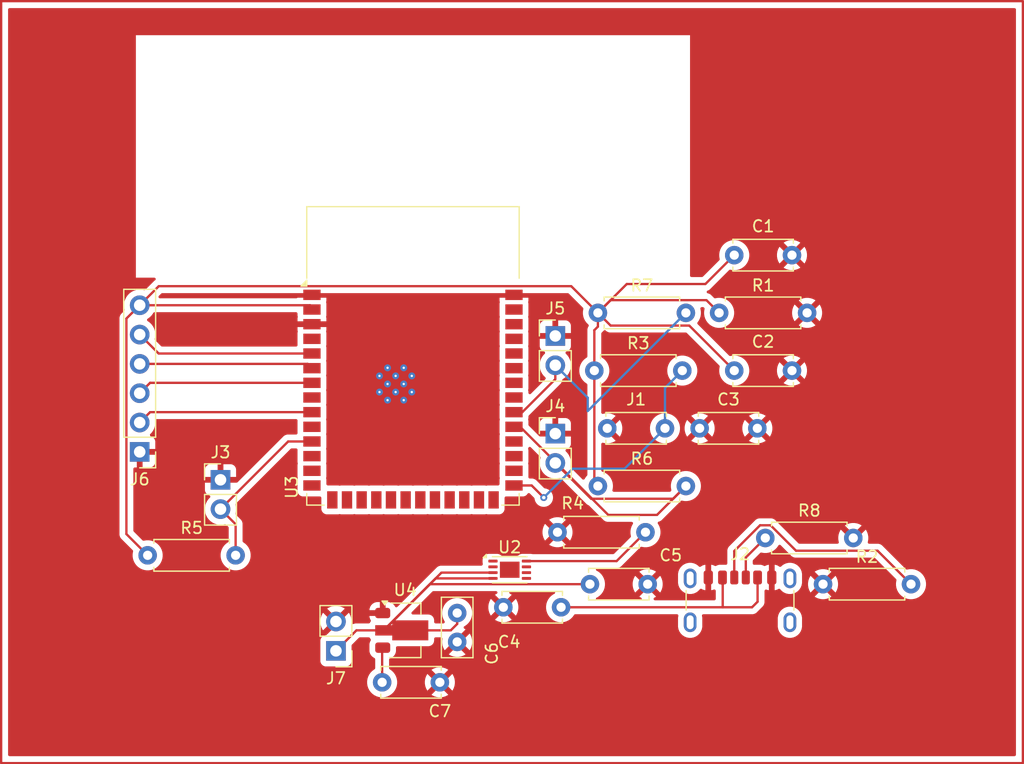
<source format=kicad_pcb>
(kicad_pcb (version 20241229) (generator "pcbnew") (generator_version "9.0")
  (layers (0 "F.Cu" signal) (2 "B.Cu" signal) (13 "F.Paste" user) (15 "B.Paste" user) (5 "F.SilkS" user "F.Silkscreen") (7 "B.SilkS" user "B.Silkscreen") (1 "F.Mask" user) (3 "B.Mask" user) (25 "Edge.Cuts" user))
  (net 0 "")
  (net 1 "GND")
  (net 2 "/3v3")
  (net 3 "/VDD")
  (net 4 "/BAT+")
  (net 5 "Net-(U4-VO)")
  (net 6 "/Bin")
  (net 8 "Net-(J2-CC1)")
  (net 9 "Net-(J2-CC2)")
  (net 10 "/Bin2")
  (net 11 "/Bin3")
  (net 12 "/Bin4")
  (net 13 "/Rx")
  (net 14 "/En")
  (net 15 "/GPIO1")
  (net 16 "/Tx")
  (net 17 "Net-(U2-PROG)")
  (footprint "Capacitor_THT:C_Disc_D5.0mm_W2.5mm_P5.00mm" (layer "F.Cu") (at 129 119.5)
    (property "Reference" "C7" (at 5 2.5 0) (layer "F.SilkS"))
    (property "Value" "1u")
    (fp_line (start -0.12 -1.37) (end 5.12 -1.37) (stroke (width 0.12)) (layer "F.SilkS"))
    (fp_line (start -0.12 -1.033) (end -0.12 -1.37) (stroke (width 0.12)) (layer "F.SilkS"))
    (fp_line (start -0.12 1.37) (end -0.12 1.033) (stroke (width 0.12)) (layer "F.SilkS"))
    (fp_line (start 5.12 -1.37) (end 5.12 -1.033) (stroke (width 0.12)) (layer "F.SilkS"))
    (fp_line (start 5.12 1.033) (end 5.12 1.37) (stroke (width 0.12)) (layer "F.SilkS"))
    (fp_line (start 5.12 1.37) (end -0.12 1.37) (stroke (width 0.12)) (layer "F.SilkS"))
    (pad "1" thru_hole circle (at 0 0) (size 1.6 1.6) (drill 0.8) (layers "*.Cu" "*.Mask") (net 5 "Net-(U4-VO)"))
    (pad "2" thru_hole circle (at 5 0) (size 1.6 1.6) (drill 0.8) (layers "*.Cu" "*.Mask") (net 1 "GND"))
  )
  (footprint "Capacitor_THT:C_Disc_D5.0mm_W2.5mm_P5.00mm" (layer "F.Cu") (at 159.5 92.5)
    (property "Reference" "C2" (at 2.5 -2.5 0) (layer "F.SilkS"))
    (property "Value" "10u")
    (fp_line (start -0.12 -1.37) (end 5.12 -1.37) (stroke (width 0.12)) (layer "F.SilkS"))
    (fp_line (start -0.12 -1.033) (end -0.12 -1.37) (stroke (width 0.12)) (layer "F.SilkS"))
    (fp_line (start -0.12 1.37) (end -0.12 1.033) (stroke (width 0.12)) (layer "F.SilkS"))
    (fp_line (start 5.12 -1.37) (end 5.12 -1.033) (stroke (width 0.12)) (layer "F.SilkS"))
    (fp_line (start 5.12 1.033) (end 5.12 1.37) (stroke (width 0.12)) (layer "F.SilkS"))
    (fp_line (start 5.12 1.37) (end -0.12 1.37) (stroke (width 0.12)) (layer "F.SilkS"))
    (pad "1" thru_hole circle (at 0 0) (size 1.6 1.6) (drill 0.8) (layers "*.Cu" "*.Mask") (net 2 "/3v3"))
    (pad "2" thru_hole circle (at 5 0) (size 1.6 1.6) (drill 0.8) (layers "*.Cu" "*.Mask") (net 1 "GND"))
  )
  (footprint "Capacitor_THT:C_Disc_D5.0mm_W2.5mm_P5.00mm" (layer "F.Cu") (at 147 111)
    (property "Reference" "C5" (at 7 -2.5 0) (layer "F.SilkS"))
    (property "Value" "1u")
    (fp_line (start -0.12 -1.37) (end 5.12 -1.37) (stroke (width 0.12)) (layer "F.SilkS"))
    (fp_line (start -0.12 -1.033) (end -0.12 -1.37) (stroke (width 0.12)) (layer "F.SilkS"))
    (fp_line (start -0.12 1.37) (end -0.12 1.033) (stroke (width 0.12)) (layer "F.SilkS"))
    (fp_line (start 5.12 -1.37) (end 5.12 -1.033) (stroke (width 0.12)) (layer "F.SilkS"))
    (fp_line (start 5.12 1.033) (end 5.12 1.37) (stroke (width 0.12)) (layer "F.SilkS"))
    (fp_line (start 5.12 1.37) (end -0.12 1.37) (stroke (width 0.12)) (layer "F.SilkS"))
    (pad "1" thru_hole circle (at 0 0) (size 1.6 1.6) (drill 0.8) (layers "*.Cu" "*.Mask") (net 4 "/BAT+"))
    (pad "2" thru_hole circle (at 5 0) (size 1.6 1.6) (drill 0.8) (layers "*.Cu" "*.Mask") (net 1 "GND"))
  )
  (footprint "Capacitor_THT:C_Disc_D5.0mm_W2.5mm_P5.00mm" (layer "F.Cu") (at 148.5 97.5)
    (property "Reference" "J1" (at 2.5 -2.5 0) (layer "F.SilkS"))
    (property "Value" "Conn_01x02_Pin")
    (fp_line (start -0.12 -1.37) (end 5.12 -1.37) (stroke (width 0.12)) (layer "F.SilkS"))
    (fp_line (start -0.12 -1.033) (end -0.12 -1.37) (stroke (width 0.12)) (layer "F.SilkS"))
    (fp_line (start -0.12 1.37) (end -0.12 1.033) (stroke (width 0.12)) (layer "F.SilkS"))
    (fp_line (start 5.12 -1.37) (end 5.12 -1.033) (stroke (width 0.12)) (layer "F.SilkS"))
    (fp_line (start 5.12 1.033) (end 5.12 1.37) (stroke (width 0.12)) (layer "F.SilkS"))
    (fp_line (start 5.12 1.37) (end -0.12 1.37) (stroke (width 0.12)) (layer "F.SilkS"))
    (pad "1" thru_hole circle (at 0 0) (size 1.6 1.6) (drill 0.8) (layers "*.Cu" "*.Mask") (net 1 "GND"))
    (pad "2" thru_hole circle (at 5 0) (size 1.6 1.6) (drill 0.8) (layers "*.Cu" "*.Mask") (net 6 "/Bin"))
  )
  (footprint "Resistor_THT:R_Axial_DIN0207_L6.3mm_D2.5mm_P7.62mm_Horizontal" (layer "F.Cu") (at 108.69 108.5)
    (property "Reference" "R5" (at 3.81 -2.37 0) (layer "F.SilkS"))
    (property "Value" "100k")
    (fp_line (start 0.54 -1.37) (end 7.08 -1.37) (stroke (width 0.12)) (layer "F.SilkS"))
    (fp_line (start 0.54 -1.04) (end 0.54 -1.37) (stroke (width 0.12)) (layer "F.SilkS"))
    (fp_line (start 0.54 1.04) (end 0.54 1.37) (stroke (width 0.12)) (layer "F.SilkS"))
    (fp_line (start 0.54 1.37) (end 7.08 1.37) (stroke (width 0.12)) (layer "F.SilkS"))
    (fp_line (start 7.08 -1.37) (end 7.08 -1.04) (stroke (width 0.12)) (layer "F.SilkS"))
    (fp_line (start 7.08 1.37) (end 7.08 1.04) (stroke (width 0.12)) (layer "F.SilkS"))
    (pad "1" thru_hole circle (at 0 0) (size 1.6 1.6) (drill 0.8) (layers "*.Cu" "*.Mask") (net 2 "/3v3"))
    (pad "2" thru_hole circle (at 7.62 0) (size 1.6 1.6) (drill 0.8) (layers "*.Cu" "*.Mask") (net 10 "/Bin2"))
  )
  (footprint "Connector_PinHeader_2.54mm:PinHeader_1x02_P2.54mm_Vertical" (layer "F.Cu") (at 144 97.96)
    (property "Reference" "J4" (at 0 -2.38 0) (layer "F.SilkS"))
    (property "Value" "Conn_01x02_Pin")
    (fp_line (start -1.38 -1.38) (end 0 -1.38) (stroke (width 0.12)) (layer "F.SilkS"))
    (fp_line (start -1.38 0) (end -1.38 -1.38) (stroke (width 0.12)) (layer "F.SilkS"))
    (fp_line (start -1.38 1.27) (end -1.38 3.92) (stroke (width 0.12)) (layer "F.SilkS"))
    (fp_line (start -1.38 1.27) (end 1.38 1.27) (stroke (width 0.12)) (layer "F.SilkS"))
    (fp_line (start -1.38 3.92) (end 1.38 3.92) (stroke (width 0.12)) (layer "F.SilkS"))
    (fp_line (start 1.38 1.27) (end 1.38 3.92) (stroke (width 0.12)) (layer "F.SilkS"))
    (pad "1" thru_hole rect (at 0 0) (size 1.7 1.7) (drill 1) (layers "*.Cu" "*.Mask") (net 1 "GND"))
    (pad "2" thru_hole circle (at 0 2.54) (size 1.7 1.7) (drill 1) (layers "*.Cu" "*.Mask") (net 11 "/Bin3"))
  )
  (footprint "Capacitor_THT:C_Disc_D5.0mm_W2.5mm_P5.00mm" (layer "F.Cu") (at 159.5 82.5)
    (property "Reference" "C1" (at 2.5 -2.5 0) (layer "F.SilkS"))
    (property "Value" ".1u")
    (fp_line (start -0.12 -1.37) (end 5.12 -1.37) (stroke (width 0.12)) (layer "F.SilkS"))
    (fp_line (start -0.12 -1.033) (end -0.12 -1.37) (stroke (width 0.12)) (layer "F.SilkS"))
    (fp_line (start -0.12 1.37) (end -0.12 1.033) (stroke (width 0.12)) (layer "F.SilkS"))
    (fp_line (start 5.12 -1.37) (end 5.12 -1.033) (stroke (width 0.12)) (layer "F.SilkS"))
    (fp_line (start 5.12 1.033) (end 5.12 1.37) (stroke (width 0.12)) (layer "F.SilkS"))
    (fp_line (start 5.12 1.37) (end -0.12 1.37) (stroke (width 0.12)) (layer "F.SilkS"))
    (pad "1" thru_hole circle (at 0 0) (size 1.6 1.6) (drill 0.8) (layers "*.Cu" "*.Mask") (net 2 "/3v3"))
    (pad "2" thru_hole circle (at 5 0) (size 1.6 1.6) (drill 0.8) (layers "*.Cu" "*.Mask") (net 1 "GND"))
  )
  (footprint "Package_TO_SOT_SMD:SOT-89-3" (layer "F.Cu") (at 131 115)
    (property "Reference" "U4" (at 0 -3.5 0) (layer "F.SilkS"))
    (property "Value" "MCP1700x-120xxMB")
    (fp_line (start -1.22 -2.36) (end 1.36 -2.36) (stroke (width 0.12)) (layer "F.SilkS"))
    (fp_line (start 1.36 -1.38) (end 1.36 -2.36) (stroke (width 0.12)) (layer "F.SilkS"))
    (fp_line (start 1.36 1.38) (end 1.36 2.36) (stroke (width 0.12)) (layer "F.SilkS"))
    (fp_line (start 1.36 2.36) (end -1.36 2.36) (stroke (width 0.12)) (layer "F.SilkS"))
    (fp_poly (pts (xy -1.77 -2.21) (xy -2.01 -2.54) (xy -1.53 -2.54) (xy -1.77 -2.21)) (stroke (width 0.12)) (fill yes) (layer "F.SilkS"))
    (pad "1" smd roundrect (at -1.95 -1.5) (size 1.3 0.9) (layers "F.Cu" "F.Mask" "F.Paste") (net 1 "GND"))
    (pad "2" smd custom (at -1.8625 0) (size 1.475 0.9) (layers "F.Cu" "F.Mask" "F.Paste") (net 4 "/BAT+") (options (clearance outline) (anchor rect)) (primitives (gr_poly (pts (xy 3.8625 0.8665) (xy 0.7375 0.8665) (xy 0.7375 -0.8665) (xy 3.8625 -0.8665)) (width 0) (fill yes))))
    (pad "3" smd roundrect (at -1.95 1.5) (size 1.3 0.9) (layers "F.Cu" "F.Mask" "F.Paste") (net 5 "Net-(U4-VO)"))
  )
  (footprint "Capacitor_THT:C_Disc_D5.0mm_W2.5mm_P5.00mm" (layer "F.Cu") (at 156.5 97.5)
    (property "Reference" "C3" (at 2.5 -2.5 0) (layer "F.SilkS"))
    (property "Value" ".1u")
    (fp_line (start -0.12 -1.37) (end 5.12 -1.37) (stroke (width 0.12)) (layer "F.SilkS"))
    (fp_line (start -0.12 -1.033) (end -0.12 -1.37) (stroke (width 0.12)) (layer "F.SilkS"))
    (fp_line (start -0.12 1.37) (end -0.12 1.033) (stroke (width 0.12)) (layer "F.SilkS"))
    (fp_line (start 5.12 -1.37) (end 5.12 -1.033) (stroke (width 0.12)) (layer "F.SilkS"))
    (fp_line (start 5.12 1.033) (end 5.12 1.37) (stroke (width 0.12)) (layer "F.SilkS"))
    (fp_line (start 5.12 1.37) (end -0.12 1.37) (stroke (width 0.12)) (layer "F.SilkS"))
    (pad "1" thru_hole circle (at 0 0) (size 1.6 1.6) (drill 0.8) (layers "*.Cu" "*.Mask") (net 1 "GND"))
    (pad "2" thru_hole circle (at 5 0) (size 1.6 1.6) (drill 0.8) (layers "*.Cu" "*.Mask") (net 1 "GND"))
  )
  (footprint "Connector_USB:USB_C_Receptacle_GCT_USB4125-xx-x-0190_6P_TopMnt_Horizontal" (layer "F.Cu") (at 160 113.5)
    (property "Reference" "J2" (at 0 -5.1 0) (layer "F.SilkS"))
    (property "Value" "USB_C_Receptacle_USB2.0_14P")
    (fp_line (start -4.67 -0.25) (end -4.67 -1.95) (stroke (width 0.12)) (layer "F.SilkS"))
    (fp_line (start 4.67 -0.25) (end 4.67 -1.95) (stroke (width 0.12)) (layer "F.SilkS"))
    (pad "A5" smd roundrect (at -0.5 -3.08) (size 0.7 1.2) (layers "F.Cu" "F.Mask" "F.Paste") (net 8 "Net-(J2-CC1)"))
    (pad "A9" smd roundrect (at 1.52 -3.08 180) (size 0.76 1.2) (layers "F.Cu" "F.Mask" "F.Paste") (net 3 "/VDD"))
    (pad "A12" smd roundrect (at 2.75 -3.08 180) (size 0.8 1.2) (layers "F.Cu" "F.Mask" "F.Paste") (net 1 "GND"))
    (pad "B5" smd roundrect (at 0.5 -3.08 180) (size 0.7 1.2) (layers "F.Cu" "F.Mask" "F.Paste") (net 9 "Net-(J2-CC2)"))
    (pad "B9" smd roundrect (at -1.52 -3.08) (size 0.76 1.2) (layers "F.Cu" "F.Mask" "F.Paste") (net 3 "/VDD"))
    (pad "B12" smd roundrect (at -2.75 -3.08) (size 0.8 1.2) (layers "F.Cu" "F.Mask" "F.Paste") (net 1 "GND"))
    (pad "S1" thru_hole oval (at -4.32 -3) (size 1.1 1.7) (drill oval 0.6 1.2) (property pad_prop_heatsink) (layers "*.Cu" "*.Mask" "F.Paste"))
    (pad "S1" thru_hole oval (at -4.32 0.8) (size 1.1 1.7) (drill oval 0.6 1.2) (property pad_prop_heatsink) (layers "*.Cu" "*.Mask" "F.Paste"))
    (pad "S1" thru_hole oval (at 4.32 -3) (size 1.1 1.7) (drill oval 0.6 1.2) (property pad_prop_heatsink) (layers "*.Cu" "*.Mask" "F.Paste"))
    (pad "S1" thru_hole oval (at 4.32 0.8) (size 1.1 1.7) (drill oval 0.6 1.2) (property pad_prop_heatsink) (layers "*.Cu" "*.Mask" "F.Paste"))
  )
  (footprint "Package_DFN_QFN:DFN-8-1EP_3x2mm_P0.5mm_EP1.7x1.4mm" (layer "F.Cu") (at 140.05 109.75)
    (property "Reference" "U2" (at 0 -1.95 0) (layer "F.SilkS"))
    (property "Value" "MCP73831-2-MC")
    (fp_line (start -1.5 -1.135) (end 1.5 -1.135) (stroke (width 0.12)) (layer "F.SilkS"))
    (fp_line (start -1.5 1.135) (end 1.5 1.135) (stroke (width 0.12)) (layer "F.SilkS"))
    (fp_poly (pts (xy -2.02 -1.05) (xy -2.3 -1.05) (xy -2.02 -1.33)) (stroke (width 0.12)) (fill yes) (layer "F.SilkS"))
    (pad "1" smd roundrect (at -1.45 -0.75) (size 0.8 0.25) (layers "F.Cu" "F.Mask" "F.Paste") (net 3 "/VDD"))
    (pad "2" smd roundrect (at -1.45 -0.25) (size 0.8 0.25) (layers "F.Cu" "F.Mask" "F.Paste") (net 3 "/VDD"))
    (pad "3" smd roundrect (at -1.45 0.25) (size 0.8 0.25) (layers "F.Cu" "F.Mask" "F.Paste") (net 4 "/BAT+"))
    (pad "4" smd roundrect (at -1.45 0.75) (size 0.8 0.25) (layers "F.Cu" "F.Mask" "F.Paste") (net 4 "/BAT+"))
    (pad "5" smd roundrect (at 1.45 0.75) (size 0.8 0.25) (layers "F.Cu" "F.Mask" "F.Paste"))
    (pad "6" smd roundrect (at 1.45 0.25) (size 0.8 0.25) (layers "F.Cu" "F.Mask" "F.Paste") (net 1 "GND"))
    (pad "7" smd roundrect (at 1.45 -0.25) (size 0.8 0.25) (layers "F.Cu" "F.Mask" "F.Paste"))
    (pad "8" smd roundrect (at 1.45 -0.75) (size 0.8 0.25) (layers "F.Cu" "F.Mask" "F.Paste") (net 17 "Net-(U2-PROG)"))
    (pad "9" smd rect (at 0 0) (size 1.7 1.4) (property pad_prop_heatsink) (layers "F.Cu" "F.Mask"))
  )
  (footprint "Connector_PinHeader_2.54mm:PinHeader_1x02_P2.54mm_Vertical" (layer "F.Cu") (at 125 116.775 180)
    (property "Reference" "J7" (at 0 -2.38 0) (layer "F.SilkS"))
    (property "Value" "Conn_01x02_Pin")
    (fp_line (start 1.38 1.27) (end 1.38 3.92) (stroke (width 0.12)) (layer "F.SilkS"))
    (fp_line (start -1.38 3.92) (end 1.38 3.92) (stroke (width 0.12)) (layer "F.SilkS"))
    (fp_line (start -1.38 1.27) (end 1.38 1.27) (stroke (width 0.12)) (layer "F.SilkS"))
    (fp_line (start -1.38 1.27) (end -1.38 3.92) (stroke (width 0.12)) (layer "F.SilkS"))
    (fp_line (start -1.38 0) (end -1.38 -1.38) (stroke (width 0.12)) (layer "F.SilkS"))
    (fp_line (start -1.38 -1.38) (end 0 -1.38) (stroke (width 0.12)) (layer "F.SilkS"))
    (pad "1" thru_hole rect (at 0 0 180) (size 1.7 1.7) (drill 1) (layers "*.Cu" "*.Mask") (net 4 "/BAT+"))
    (pad "2" thru_hole circle (at 0 2.54 180) (size 1.7 1.7) (drill 1) (layers "*.Cu" "*.Mask") (net 1 "GND"))
  )
  (footprint "Resistor_THT:R_Axial_DIN0207_L6.3mm_D2.5mm_P7.62mm_Horizontal" (layer "F.Cu") (at 158.19 87.5)
    (property "Reference" "R1" (at 3.81 -2.37 0) (layer "F.SilkS"))
    (property "Value" "1M")
    (fp_line (start 0.54 -1.37) (end 7.08 -1.37) (stroke (width 0.12)) (layer "F.SilkS"))
    (fp_line (start 0.54 -1.04) (end 0.54 -1.37) (stroke (width 0.12)) (layer "F.SilkS"))
    (fp_line (start 0.54 1.04) (end 0.54 1.37) (stroke (width 0.12)) (layer "F.SilkS"))
    (fp_line (start 0.54 1.37) (end 7.08 1.37) (stroke (width 0.12)) (layer "F.SilkS"))
    (fp_line (start 7.08 -1.37) (end 7.08 -1.04) (stroke (width 0.12)) (layer "F.SilkS"))
    (fp_line (start 7.08 1.37) (end 7.08 1.04) (stroke (width 0.12)) (layer "F.SilkS"))
    (pad "1" thru_hole circle (at 0 0) (size 1.6 1.6) (drill 0.8) (layers "*.Cu" "*.Mask") (net 2 "/3v3"))
    (pad "2" thru_hole circle (at 7.62 0) (size 1.6 1.6) (drill 0.8) (layers "*.Cu" "*.Mask") (net 1 "GND"))
  )
  (footprint "Resistor_THT:R_Axial_DIN0207_L6.3mm_D2.5mm_P7.62mm_Horizontal" (layer "F.Cu") (at 147.69 102.5)
    (property "Reference" "R6" (at 3.81 -2.37 0) (layer "F.SilkS"))
    (property "Value" "100k")
    (fp_line (start 0.54 -1.37) (end 7.08 -1.37) (stroke (width 0.12)) (layer "F.SilkS"))
    (fp_line (start 0.54 -1.04) (end 0.54 -1.37) (stroke (width 0.12)) (layer "F.SilkS"))
    (fp_line (start 0.54 1.04) (end 0.54 1.37) (stroke (width 0.12)) (layer "F.SilkS"))
    (fp_line (start 0.54 1.37) (end 7.08 1.37) (stroke (width 0.12)) (layer "F.SilkS"))
    (fp_line (start 7.08 -1.37) (end 7.08 -1.04) (stroke (width 0.12)) (layer "F.SilkS"))
    (fp_line (start 7.08 1.37) (end 7.08 1.04) (stroke (width 0.12)) (layer "F.SilkS"))
    (pad "1" thru_hole circle (at 0 0) (size 1.6 1.6) (drill 0.8) (layers "*.Cu" "*.Mask") (net 2 "/3v3"))
    (pad "2" thru_hole circle (at 7.62 0) (size 1.6 1.6) (drill 0.8) (layers "*.Cu" "*.Mask") (net 11 "/Bin3"))
  )
  (footprint "Resistor_THT:R_Axial_DIN0207_L6.3mm_D2.5mm_P7.62mm_Horizontal" (layer "F.Cu") (at 167.19 111)
    (property "Reference" "R2" (at 3.81 -2.37 0) (layer "F.SilkS"))
    (property "Value" "5.1k")
    (fp_line (start 0.54 -1.37) (end 7.08 -1.37) (stroke (width 0.12)) (layer "F.SilkS"))
    (fp_line (start 0.54 -1.04) (end 0.54 -1.37) (stroke (width 0.12)) (layer "F.SilkS"))
    (fp_line (start 0.54 1.04) (end 0.54 1.37) (stroke (width 0.12)) (layer "F.SilkS"))
    (fp_line (start 0.54 1.37) (end 7.08 1.37) (stroke (width 0.12)) (layer "F.SilkS"))
    (fp_line (start 7.08 -1.37) (end 7.08 -1.04) (stroke (width 0.12)) (layer "F.SilkS"))
    (fp_line (start 7.08 1.37) (end 7.08 1.04) (stroke (width 0.12)) (layer "F.SilkS"))
    (pad "1" thru_hole circle (at 0 0) (size 1.6 1.6) (drill 0.8) (layers "*.Cu" "*.Mask") (net 1 "GND"))
    (pad "2" thru_hole circle (at 7.62 0) (size 1.6 1.6) (drill 0.8) (layers "*.Cu" "*.Mask") (net 8 "Net-(J2-CC1)"))
  )
  (footprint "Resistor_THT:R_Axial_DIN0207_L6.3mm_D2.5mm_P7.62mm_Horizontal" (layer "F.Cu") (at 144.19 106.5)
    (property "Reference" "R4" (at 1.31 -2.5 0) (layer "F.SilkS"))
    (property "Value" "4.7k")
    (fp_line (start 0.54 -1.37) (end 7.08 -1.37) (stroke (width 0.12)) (layer "F.SilkS"))
    (fp_line (start 0.54 -1.04) (end 0.54 -1.37) (stroke (width 0.12)) (layer "F.SilkS"))
    (fp_line (start 0.54 1.04) (end 0.54 1.37) (stroke (width 0.12)) (layer "F.SilkS"))
    (fp_line (start 0.54 1.37) (end 7.08 1.37) (stroke (width 0.12)) (layer "F.SilkS"))
    (fp_line (start 7.08 -1.37) (end 7.08 -1.04) (stroke (width 0.12)) (layer "F.SilkS"))
    (fp_line (start 7.08 1.37) (end 7.08 1.04) (stroke (width 0.12)) (layer "F.SilkS"))
    (pad "1" thru_hole circle (at 0 0) (size 1.6 1.6) (drill 0.8) (layers "*.Cu" "*.Mask") (net 1 "GND"))
    (pad "2" thru_hole circle (at 7.62 0) (size 1.6 1.6) (drill 0.8) (layers "*.Cu" "*.Mask") (net 17 "Net-(U2-PROG)"))
  )
  (footprint "Resistor_THT:R_Axial_DIN0207_L6.3mm_D2.5mm_P7.62mm_Horizontal" (layer "F.Cu") (at 147.69 87.5)
    (property "Reference" "R7" (at 3.81 -2.37 0) (layer "F.SilkS"))
    (property "Value" "100k")
    (fp_line (start 0.54 -1.37) (end 7.08 -1.37) (stroke (width 0.12)) (layer "F.SilkS"))
    (fp_line (start 0.54 -1.04) (end 0.54 -1.37) (stroke (width 0.12)) (layer "F.SilkS"))
    (fp_line (start 0.54 1.04) (end 0.54 1.37) (stroke (width 0.12)) (layer "F.SilkS"))
    (fp_line (start 0.54 1.37) (end 7.08 1.37) (stroke (width 0.12)) (layer "F.SilkS"))
    (fp_line (start 7.08 -1.37) (end 7.08 -1.04) (stroke (width 0.12)) (layer "F.SilkS"))
    (fp_line (start 7.08 1.37) (end 7.08 1.04) (stroke (width 0.12)) (layer "F.SilkS"))
    (pad "1" thru_hole circle (at 0 0) (size 1.6 1.6) (drill 0.8) (layers "*.Cu" "*.Mask") (net 2 "/3v3"))
    (pad "2" thru_hole circle (at 7.62 0) (size 1.6 1.6) (drill 0.8) (layers "*.Cu" "*.Mask") (net 12 "/Bin4"))
  )
  (footprint "Connector_PinHeader_2.54mm:PinHeader_1x02_P2.54mm_Vertical" (layer "F.Cu") (at 144 89.5)
    (property "Reference" "J5" (at 0 -2.38 0) (layer "F.SilkS"))
    (property "Value" "Conn_01x02_Pin")
    (fp_line (start -1.38 -1.38) (end 0 -1.38) (stroke (width 0.12)) (layer "F.SilkS"))
    (fp_line (start -1.38 0) (end -1.38 -1.38) (stroke (width 0.12)) (layer "F.SilkS"))
    (fp_line (start -1.38 1.27) (end -1.38 3.92) (stroke (width 0.12)) (layer "F.SilkS"))
    (fp_line (start -1.38 1.27) (end 1.38 1.27) (stroke (width 0.12)) (layer "F.SilkS"))
    (fp_line (start -1.38 3.92) (end 1.38 3.92) (stroke (width 0.12)) (layer "F.SilkS"))
    (fp_line (start 1.38 1.27) (end 1.38 3.92) (stroke (width 0.12)) (layer "F.SilkS"))
    (pad "1" thru_hole rect (at 0 0) (size 1.7 1.7) (drill 1) (layers "*.Cu" "*.Mask") (net 1 "GND"))
    (pad "2" thru_hole circle (at 0 2.54) (size 1.7 1.7) (drill 1) (layers "*.Cu" "*.Mask") (net 12 "/Bin4"))
  )
  (footprint "Capacitor_THT:C_Disc_D5.0mm_W2.5mm_P5.00mm" (layer "F.Cu") (at 139.5 113)
    (property "Reference" "C4" (at 0.5 3 0) (layer "F.SilkS"))
    (property "Value" "1u")
    (fp_line (start -0.12 -1.37) (end 5.12 -1.37) (stroke (width 0.12)) (layer "F.SilkS"))
    (fp_line (start -0.12 -1.033) (end -0.12 -1.37) (stroke (width 0.12)) (layer "F.SilkS"))
    (fp_line (start -0.12 1.37) (end -0.12 1.033) (stroke (width 0.12)) (layer "F.SilkS"))
    (fp_line (start 5.12 -1.37) (end 5.12 -1.033) (stroke (width 0.12)) (layer "F.SilkS"))
    (fp_line (start 5.12 1.033) (end 5.12 1.37) (stroke (width 0.12)) (layer "F.SilkS"))
    (fp_line (start 5.12 1.37) (end -0.12 1.37) (stroke (width 0.12)) (layer "F.SilkS"))
    (pad "1" thru_hole circle (at 0 0) (size 1.6 1.6) (drill 0.8) (layers "*.Cu" "*.Mask") (net 1 "GND"))
    (pad "2" thru_hole circle (at 5 0) (size 1.6 1.6) (drill 0.8) (layers "*.Cu" "*.Mask") (net 3 "/VDD"))
  )
  (footprint "RF_Module:ESP32-S3-WROOM-1" (layer "F.Cu") (at 131.67 91.2)
    (property "Reference" "U3" (at -10.5 11.4 90) (layer "F.SilkS"))
    (property "Value" "ESP32-S3-WROOM-1")
    (fp_line (start -9.2 -12.9) (end -9.2 -6.7) (stroke (width 0.12)) (layer "F.SilkS"))
    (fp_line (start -9.2 -12.9) (end 9.2 -12.9) (stroke (width 0.12)) (layer "F.SilkS"))
    (fp_line (start -9.2 11.95) (end -9.2 12.95) (stroke (width 0.12)) (layer "F.SilkS"))
    (fp_line (start -9.2 12.95) (end -7.7 12.95) (stroke (width 0.12)) (layer "F.SilkS"))
    (fp_line (start 9.2 -12.9) (end 9.2 -6.7) (stroke (width 0.12)) (layer "F.SilkS"))
    (fp_line (start 9.2 12.95) (end 7.7 12.95) (stroke (width 0.12)) (layer "F.SilkS"))
    (fp_line (start 9.2 12.95) (end 9.2 11.95) (stroke (width 0.12)) (layer "F.SilkS"))
    (fp_poly (pts (xy -9.2 -6.025) (xy -9.7 -6.025) (xy -9.2 -6.525) (xy -9.2 -6.025)) (stroke (width 0.12)) (fill yes) (layer "F.SilkS"))
    (pad "1" smd rect (at -8.75 -5.26) (size 1.5 0.9) (layers "F.Cu" "F.Mask" "F.Paste") (net 1 "GND"))
    (pad "2" smd rect (at -8.75 -3.99) (size 1.5 0.9) (layers "F.Cu" "F.Mask" "F.Paste") (net 2 "/3v3"))
    (pad "3" smd rect (at -8.75 -2.72) (size 1.5 0.9) (layers "F.Cu" "F.Mask" "F.Paste") (net 1 "GND"))
    (pad "4" smd rect (at -8.75 -1.45) (size 1.5 0.9) (layers "F.Cu" "F.Mask" "F.Paste"))
    (pad "5" smd rect (at -8.75 -0.18) (size 1.5 0.9) (layers "F.Cu" "F.Mask" "F.Paste") (net 15 "/GPIO1"))
    (pad "6" smd rect (at -8.75 1.09) (size 1.5 0.9) (layers "F.Cu" "F.Mask" "F.Paste") (net 14 "/En"))
    (pad "7" smd rect (at -8.75 2.36) (size 1.5 0.9) (layers "F.Cu" "F.Mask" "F.Paste") (net 13 "/Rx"))
    (pad "8" smd rect (at -8.75 3.63) (size 1.5 0.9) (layers "F.Cu" "F.Mask" "F.Paste"))
    (pad "9" smd rect (at -8.75 4.9) (size 1.5 0.9) (layers "F.Cu" "F.Mask" "F.Paste") (net 16 "/Tx"))
    (pad "10" smd rect (at -8.75 6.17) (size 1.5 0.9) (layers "F.Cu" "F.Mask" "F.Paste"))
    (pad "11" smd rect (at -8.75 7.44) (size 1.5 0.9) (layers "F.Cu" "F.Mask" "F.Paste") (net 10 "/Bin2"))
    (pad "12" smd rect (at -8.75 8.71) (size 1.5 0.9) (layers "F.Cu" "F.Mask" "F.Paste"))
    (pad "13" smd rect (at -8.75 9.98) (size 1.5 0.9) (layers "F.Cu" "F.Mask" "F.Paste"))
    (pad "14" smd rect (at -8.75 11.25 180) (size 1.5 0.9) (layers "F.Cu" "F.Mask" "F.Paste"))
    (pad "15" smd rect (at -6.985 12.5 270) (size 1.5 0.9) (layers "F.Cu" "F.Mask" "F.Paste"))
    (pad "16" smd rect (at -5.715 12.5 270) (size 1.5 0.9) (layers "F.Cu" "F.Mask" "F.Paste"))
    (pad "17" smd rect (at -4.445 12.5 270) (size 1.5 0.9) (layers "F.Cu" "F.Mask" "F.Paste"))
    (pad "18" smd rect (at -3.175 12.5 270) (size 1.5 0.9) (layers "F.Cu" "F.Mask" "F.Paste"))
    (pad "19" smd rect (at -1.905 12.5 270) (size 1.5 0.9) (layers "F.Cu" "F.Mask" "F.Paste"))
    (pad "20" smd rect (at -0.635 12.5 270) (size 1.5 0.9) (layers "F.Cu" "F.Mask" "F.Paste"))
    (pad "21" smd rect (at 0.635 12.5 270) (size 1.5 0.9) (layers "F.Cu" "F.Mask" "F.Paste"))
    (pad "22" smd rect (at 1.905 12.5 270) (size 1.5 0.9) (layers "F.Cu" "F.Mask" "F.Paste"))
    (pad "23" smd rect (at 3.175 12.5 270) (size 1.5 0.9) (layers "F.Cu" "F.Mask" "F.Paste"))
    (pad "24" smd rect (at 4.445 12.5 270) (size 1.5 0.9) (layers "F.Cu" "F.Mask" "F.Paste"))
    (pad "25" smd rect (at 5.715 12.5 270) (size 1.5 0.9) (layers "F.Cu" "F.Mask" "F.Paste"))
    (pad "26" smd rect (at 6.985 12.5 270) (size 1.5 0.9) (layers "F.Cu" "F.Mask" "F.Paste"))
    (pad "27" smd rect (at 8.75 11.25) (size 1.5 0.9) (layers "F.Cu" "F.Mask" "F.Paste") (net 6 "/Bin"))
    (pad "28" smd rect (at 8.75 9.98) (size 1.5 0.9) (layers "F.Cu" "F.Mask" "F.Paste"))
    (pad "29" smd rect (at 8.75 8.71) (size 1.5 0.9) (layers "F.Cu" "F.Mask" "F.Paste"))
    (pad "30" smd rect (at 8.75 7.44) (size 1.5 0.9) (layers "F.Cu" "F.Mask" "F.Paste"))
    (pad "31" smd rect (at 8.75 6.17) (size 1.5 0.9) (layers "F.Cu" "F.Mask" "F.Paste") (net 11 "/Bin3"))
    (pad "32" smd rect (at 8.75 4.9) (size 1.5 0.9) (layers "F.Cu" "F.Mask" "F.Paste") (net 12 "/Bin4"))
    (pad "33" smd rect (at 8.75 3.63) (size 1.5 0.9) (layers "F.Cu" "F.Mask" "F.Paste"))
    (pad "34" smd rect (at 8.75 2.36) (size 1.5 0.9) (layers "F.Cu" "F.Mask" "F.Paste"))
    (pad "35" smd rect (at 8.75 1.09) (size 1.5 0.9) (layers "F.Cu" "F.Mask" "F.Paste"))
    (pad "36" smd rect (at 8.75 -0.18) (size 1.5 0.9) (layers "F.Cu" "F.Mask" "F.Paste"))
    (pad "37" smd rect (at 8.75 -1.45) (size 1.5 0.9) (layers "F.Cu" "F.Mask" "F.Paste"))
    (pad "38" smd rect (at 8.75 -2.72) (size 1.5 0.9) (layers "F.Cu" "F.Mask" "F.Paste"))
    (pad "39" smd rect (at 8.75 -3.99) (size 1.5 0.9) (layers "F.Cu" "F.Mask" "F.Paste"))
    (pad "40" smd rect (at 8.75 -5.26) (size 1.5 0.9) (layers "F.Cu" "F.Mask" "F.Paste") (net 1 "GND"))
    (pad "41" thru_hole circle (at -2.9 1.76 90) (size 0.6 0.6) (drill 0.2) (property pad_prop_heatsink) (layers "*.Cu" "F.Mask") (net 1 "GND"))
    (pad "41" thru_hole circle (at -2.9 3.16) (size 0.6 0.6) (drill 0.2) (property pad_prop_heatsink) (layers "*.Cu" "F.Mask") (net 1 "GND"))
    (pad "41" thru_hole circle (at -2.2 1.06) (size 0.6 0.6) (drill 0.2) (property pad_prop_heatsink) (layers "*.Cu" "F.Mask") (net 1 "GND"))
    (pad "41" thru_hole circle (at -2.2 2.46) (size 0.6 0.6) (drill 0.2) (property pad_prop_heatsink) (layers "*.Cu" "F.Mask") (net 1 "GND"))
    (pad "41" thru_hole circle (at -2.2 3.86) (size 0.6 0.6) (drill 0.2) (property pad_prop_heatsink) (layers "*.Cu" "F.Mask") (net 1 "GND"))
    (pad "41" thru_hole circle (at -1.5 1.76) (size 0.6 0.6) (drill 0.2) (property pad_prop_heatsink) (layers "*.Cu" "F.Mask") (net 1 "GND"))
    (pad "41" smd rect (at -1.5 2.46 270) (size 3.9 3.9) (property pad_prop_heatsink) (layers "F.Cu" "F.Mask") (net 1 "GND"))
    (pad "41" thru_hole circle (at -1.5 3.16) (size 0.6 0.6) (drill 0.2) (property pad_prop_heatsink) (layers "*.Cu" "F.Mask") (net 1 "GND"))
    (pad "41" thru_hole circle (at -0.8 1.06) (size 0.6 0.6) (drill 0.2) (property pad_prop_heatsink) (layers "*.Cu" "F.Mask") (net 1 "GND"))
    (pad "41" thru_hole circle (at -0.8 2.46) (size 0.6 0.6) (drill 0.2) (property pad_prop_heatsink) (layers "*.Cu" "F.Mask") (net 1 "GND"))
    (pad "41" thru_hole circle (at -0.8 3.86) (size 0.6 0.6) (drill 0.2) (property pad_prop_heatsink) (layers "*.Cu" "F.Mask") (net 1 "GND"))
    (pad "41" thru_hole circle (at -0.1 1.76) (size 0.6 0.6) (drill 0.2) (property pad_prop_heatsink) (layers "*.Cu" "F.Mask") (net 1 "GND"))
    (pad "41" thru_hole circle (at -0.1 3.16) (size 0.6 0.6) (drill 0.2) (property pad_prop_heatsink) (layers "*.Cu" "F.Mask") (net 1 "GND"))
    (zone (net 0) (net_name "") (layers "F.Cu" "B.Cu") (connect_pads (clearance 0)) (min_thickness 0.254)
      (keepout (tracks not_allowed) (vias not_allowed) (pads not_allowed) (copperpour not_allowed) (footprints not_allowed))
      (fill (thermal_gap 0.508) (thermal_bridge_width 0.508))
      (polygon (pts (xy 107.67 84.45) (xy 155.67 84.45) (xy 155.67 63.45) (xy 107.67 63.45)))
    )
  )
  (footprint "Resistor_THT:R_Axial_DIN0207_L6.3mm_D2.5mm_P7.62mm_Horizontal" (layer "F.Cu") (at 162.19 107)
    (property "Reference" "R8" (at 3.81 -2.37 0) (layer "F.SilkS"))
    (property "Value" "5.1k")
    (fp_line (start 0.54 -1.37) (end 7.08 -1.37) (stroke (width 0.12)) (layer "F.SilkS"))
    (fp_line (start 0.54 -1.04) (end 0.54 -1.37) (stroke (width 0.12)) (layer "F.SilkS"))
    (fp_line (start 0.54 1.04) (end 0.54 1.37) (stroke (width 0.12)) (layer "F.SilkS"))
    (fp_line (start 0.54 1.37) (end 7.08 1.37) (stroke (width 0.12)) (layer "F.SilkS"))
    (fp_line (start 7.08 -1.37) (end 7.08 -1.04) (stroke (width 0.12)) (layer "F.SilkS"))
    (fp_line (start 7.08 1.37) (end 7.08 1.04) (stroke (width 0.12)) (layer "F.SilkS"))
    (pad "1" thru_hole circle (at 0 0) (size 1.6 1.6) (drill 0.8) (layers "*.Cu" "*.Mask") (net 9 "Net-(J2-CC2)"))
    (pad "2" thru_hole circle (at 7.62 0) (size 1.6 1.6) (drill 0.8) (layers "*.Cu" "*.Mask") (net 1 "GND"))
  )
  (footprint "Capacitor_THT:C_Disc_D5.0mm_W2.5mm_P2.50mm" (layer "F.Cu") (at 135.5 116 90)
    (property "Reference" "C6" (at -1 3 90) (layer "F.SilkS"))
    (property "Value" "1u")
    (fp_line (start 3.87 -1.37) (end 3.87 1.37) (stroke (width 0.12)) (layer "F.SilkS"))
    (fp_line (start -1.37 -1.37) (end 3.87 -1.37) (stroke (width 0.12)) (layer "F.SilkS"))
    (fp_line (start 3.87 1.37) (end -1.37 1.37) (stroke (width 0.12)) (layer "F.SilkS"))
    (fp_line (start -1.37 1.37) (end -1.37 -1.37) (stroke (width 0.12)) (layer "F.SilkS"))
    (pad "1" thru_hole circle (at 0 0 90) (size 1.6 1.6) (drill 0.8) (layers "*.Cu" "*.Mask") (net 1 "GND"))
    (pad "2" thru_hole circle (at 2.5 0 90) (size 1.6 1.6) (drill 0.8) (layers "*.Cu" "*.Mask") (net 4 "/BAT+"))
  )
  (footprint "Connector_PinHeader_2.54mm:PinHeader_1x06_P2.54mm_Vertical" (layer "F.Cu") (at 108 99.54 180)
    (property "Reference" "J6" (at 0 -2.38 0) (layer "F.SilkS"))
    (property "Value" "Uart header")
    (fp_line (start 1.38 1.27) (end 1.38 14.08) (stroke (width 0.12)) (layer "F.SilkS"))
    (fp_line (start -1.38 14.08) (end 1.38 14.08) (stroke (width 0.12)) (layer "F.SilkS"))
    (fp_line (start -1.38 1.27) (end 1.38 1.27) (stroke (width 0.12)) (layer "F.SilkS"))
    (fp_line (start -1.38 1.27) (end -1.38 14.08) (stroke (width 0.12)) (layer "F.SilkS"))
    (fp_line (start -1.38 0) (end -1.38 -1.38) (stroke (width 0.12)) (layer "F.SilkS"))
    (fp_line (start -1.38 -1.38) (end 0 -1.38) (stroke (width 0.12)) (layer "F.SilkS"))
    (pad "1" thru_hole rect (at 0 0 180) (size 1.7 1.7) (drill 1) (layers "*.Cu" "*.Mask") (net 1 "GND"))
    (pad "2" thru_hole circle (at 0 2.54 180) (size 1.7 1.7) (drill 1) (layers "*.Cu" "*.Mask") (net 16 "/Tx"))
    (pad "3" thru_hole circle (at 0 5.08 180) (size 1.7 1.7) (drill 1) (layers "*.Cu" "*.Mask") (net 13 "/Rx"))
    (pad "4" thru_hole circle (at 0 7.62 180) (size 1.7 1.7) (drill 1) (layers "*.Cu" "*.Mask") (net 14 "/En"))
    (pad "5" thru_hole circle (at 0 10.16 180) (size 1.7 1.7) (drill 1) (layers "*.Cu" "*.Mask") (net 15 "/GPIO1"))
    (pad "6" thru_hole circle (at 0 12.7 180) (size 1.7 1.7) (drill 1) (layers "*.Cu" "*.Mask") (net 2 "/3v3"))
  )
  (footprint "Resistor_THT:R_Axial_DIN0207_L6.3mm_D2.5mm_P7.62mm_Horizontal" (layer "F.Cu") (at 147.38 92.5)
    (property "Reference" "R3" (at 3.81 -2.37 0) (layer "F.SilkS"))
    (property "Value" "100k")
    (fp_line (start 0.54 -1.37) (end 7.08 -1.37) (stroke (width 0.12)) (layer "F.SilkS"))
    (fp_line (start 0.54 -1.04) (end 0.54 -1.37) (stroke (width 0.12)) (layer "F.SilkS"))
    (fp_line (start 0.54 1.04) (end 0.54 1.37) (stroke (width 0.12)) (layer "F.SilkS"))
    (fp_line (start 0.54 1.37) (end 7.08 1.37) (stroke (width 0.12)) (layer "F.SilkS"))
    (fp_line (start 7.08 -1.37) (end 7.08 -1.04) (stroke (width 0.12)) (layer "F.SilkS"))
    (fp_line (start 7.08 1.37) (end 7.08 1.04) (stroke (width 0.12)) (layer "F.SilkS"))
    (pad "1" thru_hole circle (at 0 0) (size 1.6 1.6) (drill 0.8) (layers "*.Cu" "*.Mask") (net 2 "/3v3"))
    (pad "2" thru_hole circle (at 7.62 0) (size 1.6 1.6) (drill 0.8) (layers "*.Cu" "*.Mask") (net 6 "/Bin"))
  )
  (footprint "Connector_PinHeader_2.54mm:PinHeader_1x02_P2.54mm_Vertical" (layer "F.Cu") (at 115 101.96)
    (property "Reference" "J3" (at 0 -2.38 0) (layer "F.SilkS"))
    (property "Value" "Conn_01x02_Pin")
    (fp_line (start -1.38 -1.38) (end 0 -1.38) (stroke (width 0.12)) (layer "F.SilkS"))
    (fp_line (start -1.38 0) (end -1.38 -1.38) (stroke (width 0.12)) (layer "F.SilkS"))
    (fp_line (start -1.38 1.27) (end -1.38 3.92) (stroke (width 0.12)) (layer "F.SilkS"))
    (fp_line (start -1.38 1.27) (end 1.38 1.27) (stroke (width 0.12)) (layer "F.SilkS"))
    (fp_line (start -1.38 3.92) (end 1.38 3.92) (stroke (width 0.12)) (layer "F.SilkS"))
    (fp_line (start 1.38 1.27) (end 1.38 3.92) (stroke (width 0.12)) (layer "F.SilkS"))
    (pad "1" thru_hole rect (at 0 0) (size 1.7 1.7) (drill 1) (layers "*.Cu" "*.Mask") (net 1 "GND"))
    (pad "2" thru_hole circle (at 0 2.54) (size 1.7 1.7) (drill 1) (layers "*.Cu" "*.Mask") (net 10 "/Bin2"))
  )
  (gr_rect (start 96 60.5) (end 184.5 126.5) (stroke (width 0.2)) (fill no) (layer "F.Cu"))
  (segment (start 147.69 87.5) (end 148.791 86.399) (width 0.2) (layer "F.Cu") (net 2))
  (segment (start 145.379 85.189) (end 147.69 87.5) (width 0.2) (layer "F.Cu") (net 2))
  (segment (start 122.758 86.84) (end 122.92 87.002) (width 0.2) (layer "F.Cu") (net 2))
  (segment (start 108 86.84) (end 122.758 86.84) (width 0.2) (layer "F.Cu") (net 2))
  (segment (start 157.089 86.399) (end 158.19 87.5) (width 0.2) (layer "F.Cu") (net 2))
  (segment (start 108 86.84) (end 109.651 85.189) (width 0.2) (layer "F.Cu") (net 2))
  (segment (start 148.791 86.399) (end 157.089 86.399) (width 0.2) (layer "F.Cu") (net 2))
  (segment (start 147.69 87.5) (end 147.69 88.69) (width 0.2) (layer "F.Cu") (net 2))
  (segment (start 155.601 88.601) (end 159.5 92.5) (width 0.2) (layer "F.Cu") (net 2))
  (segment (start 147.38 92.5) (end 147.38 102.19) (width 0.2) (layer "F.Cu") (net 2))
  (segment (start 147.69 87.5) (end 148.791 88.601) (width 0.2) (layer "F.Cu") (net 2))
  (segment (start 147.38 102.19) (end 147.69 102.5) (width 0.2) (layer "F.Cu") (net 2))
  (segment (start 147.38 89) (end 147.38 92.5) (width 0.2) (layer "F.Cu") (net 2))
  (segment (start 109.651 85.189) (end 145.379 85.189) (width 0.2) (layer "F.Cu") (net 2))
  (segment (start 108 86.84) (end 106.849 87.991) (width 0.2) (layer "F.Cu") (net 2))
  (segment (start 106.849 87.991) (end 106.849 106.659) (width 0.2) (layer "F.Cu") (net 2))
  (segment (start 147.69 88.69) (end 147.38 89) (width 0.2) (layer "F.Cu") (net 2))
  (segment (start 150.19 85) (end 157 85) (width 0.2) (layer "F.Cu") (net 2))
  (segment (start 148.791 88.601) (end 155.601 88.601) (width 0.2) (layer "F.Cu") (net 2))
  (segment (start 106.849 106.659) (end 108.69 108.5) (width 0.2) (layer "F.Cu") (net 2))
  (segment (start 122.92 87.002) (end 122.92 87.21) (width 0.2) (layer "F.Cu") (net 2))
  (segment (start 157 85) (end 159.5 82.5) (width 0.2) (layer "F.Cu") (net 2))
  (segment (start 147.69 87.5) (end 150.19 85) (width 0.2) (layer "F.Cu") (net 2))
  (segment (start 144.5 113) (end 158.5 113) (width 0.2) (layer "F.Cu") (net 3))
  (segment (start 158.48 111.02) (end 158.48 110.42) (width 0.2) (layer "F.Cu") (net 3))
  (segment (start 161.52 112.52) (end 161.52 110.42) (width 0.2) (layer "F.Cu") (net 3))
  (segment (start 161.04 113) (end 161.52 112.52) (width 0.2) (layer "F.Cu") (net 3))
  (segment (start 158.5 111.04) (end 158.48 111.02) (width 0.2) (layer "F.Cu") (net 3))
  (segment (start 158.5 113) (end 161.04 113) (width 0.2) (layer "F.Cu") (net 3))
  (segment (start 158.5 113) (end 158.5 111.04) (width 0.2) (layer "F.Cu") (net 3))
  (segment (start 133.6375 110.5) (end 138.6 110.5) (width 0.2) (layer "F.Cu") (net 4))
  (segment (start 129.1375 115) (end 133.6375 110.5) (width 0.2) (layer "F.Cu") (net 4))
  (segment (start 129.1375 115) (end 133.1375 111) (width 0.2) (layer "F.Cu") (net 4))
  (segment (start 126.775 115) (end 129.1375 115) (width 0.2) (layer "F.Cu") (net 4))
  (segment (start 135.5 114.44295) (end 135.5 113.5) (width 0.2) (layer "F.Cu") (net 4))
  (segment (start 125 116.775) (end 126.775 115) (width 0.2) (layer "F.Cu") (net 4))
  (segment (start 134.94295 115) (end 135.5 114.44295) (width 0.2) (layer "F.Cu") (net 4))
  (segment (start 133.1375 111) (end 147 111) (width 0.2) (layer "F.Cu") (net 4))
  (segment (start 129.1375 115) (end 134.1375 110) (width 0.2) (layer "F.Cu") (net 4))
  (segment (start 134.1375 110) (end 138.6 110) (width 0.2) (layer "F.Cu") (net 4))
  (segment (start 129.1375 115) (end 134.94295 115) (width 0.2) (layer "F.Cu") (net 4))
  (segment (start 129 119.5) (end 129 116.55) (width 0.2) (layer "F.Cu") (net 5))
  (segment (start 129 116.55) (end 129.05 116.5) (width 0.2) (layer "F.Cu") (net 5))
  (segment (start 143 103.5) (end 141.95 102.45) (width 0.2) (layer "F.Cu") (net 6))
  (segment (start 141.95 102.45) (end 140.42 102.45) (width 0.2) (layer "F.Cu") (net 6))
  (via (at 143 103.5) (size 0.6) (drill 0.3) (layers "F.Cu" "B.Cu") (net 6))
  (segment (start 145.5 101) (end 143 103.5) (width 0.2) (layer "B.Cu") (net 6))
  (segment (start 150 101) (end 145.5 101) (width 0.2) (layer "B.Cu") (net 6))
  (segment (start 153.5 94) (end 155 92.5) (width 0.2) (layer "B.Cu") (net 6))
  (segment (start 153.5 97.5) (end 153.5 94) (width 0.2) (layer "B.Cu") (net 6))
  (segment (start 153.5 97.5) (end 150 101) (width 0.2) (layer "B.Cu") (net 6))
  (segment (start 174.81 111) (end 171.911 108.101) (width 0.2) (layer "F.Cu") (net 8))
  (segment (start 162.64605 105.899) (end 161.73395 105.899) (width 0.2) (layer "F.Cu") (net 8))
  (segment (start 171.911 108.101) (end 164.84805 108.101) (width 0.2) (layer "F.Cu") (net 8))
  (segment (start 161.73395 105.899) (end 159.5 108.13295) (width 0.2) (layer "F.Cu") (net 8))
  (segment (start 159.5 108.13295) (end 159.5 110.42) (width 0.2) (layer "F.Cu") (net 8))
  (segment (start 164.84805 108.101) (end 162.64605 105.899) (width 0.2) (layer "F.Cu") (net 8))
  (segment (start 160.5 108.69) (end 160.5 110.42) (width 0.2) (layer "F.Cu") (net 9))
  (segment (start 162.19 107) (end 160.5 108.69) (width 0.2) (layer "F.Cu") (net 9))
  (segment (start 115 104.5) (end 120.86 98.64) (width 0.2) (layer "F.Cu") (net 10))
  (segment (start 116.31 108.5) (end 116.31 105.81) (width 0.2) (layer "F.Cu") (net 10))
  (segment (start 116.31 105.81) (end 115 104.5) (width 0.2) (layer "F.Cu") (net 10))
  (segment (start 120.86 98.64) (end 122.92 98.64) (width 0.2) (layer "F.Cu") (net 10))
  (segment (start 140.952 97.37) (end 140.42 97.37) (width 0.2) (layer "F.Cu") (net 11))
  (segment (start 148.582 105) (end 140.952 97.37) (width 0.2) (layer "F.Cu") (net 11))
  (segment (start 155.31 102.5) (end 152.81 105) (width 0.2) (layer "F.Cu") (net 11))
  (segment (start 147.101 103.601) (end 144 100.5) (width 0.2) (layer "F.Cu") (net 11))
  (segment (start 152.81 105) (end 148.582 105) (width 0.2) (layer "F.Cu") (net 11))
  (segment (start 155.31 102.5) (end 154.209 103.601) (width 0.2) (layer "F.Cu") (net 11))
  (segment (start 154.209 103.601) (end 147.101 103.601) (width 0.2) (layer "F.Cu") (net 11))
  (segment (start 144 92.04) (end 144 93.242081) (width 0.2) (layer "F.Cu") (net 12))
  (segment (start 141.142081 96.1) (end 140.42 96.1) (width 0.2) (layer "F.Cu") (net 12))
  (segment (start 144 93.242081) (end 141.142081 96.1) (width 0.2) (layer "F.Cu") (net 12))
  (segment (start 146.81 96) (end 146.81 94.85) (width 0.2) (layer "B.Cu") (net 12))
  (segment (start 146.81 94.85) (end 144 92.04) (width 0.2) (layer "B.Cu") (net 12))
  (segment (start 146.81 96) (end 155.31 87.5) (width 0.2) (layer "B.Cu") (net 12))
  (segment (start 108.9 93.56) (end 122.92 93.56) (width 0.2) (layer "F.Cu") (net 13))
  (segment (start 108 94.46) (end 108.9 93.56) (width 0.2) (layer "F.Cu") (net 13))
  (segment (start 108 91.92) (end 122.55 91.92) (width 0.2) (layer "F.Cu") (net 14))
  (segment (start 122.55 91.92) (end 122.92 92.29) (width 0.2) (layer "F.Cu") (net 14))
  (segment (start 108 89.38) (end 109.64 91.02) (width 0.2) (layer "F.Cu") (net 15))
  (segment (start 109.64 91.02) (end 122.92 91.02) (width 0.2) (layer "F.Cu") (net 15))
  (segment (start 108 97) (end 108.9 96.1) (width 0.2) (layer "F.Cu") (net 16))
  (segment (start 108.9 96.1) (end 122.92 96.1) (width 0.2) (layer "F.Cu") (net 16))
  (segment (start 149.31 109) (end 141.5 109) (width 0.2) (layer "F.Cu") (net 17))
  (segment (start 151.81 106.5) (end 149.31 109) (width 0.2) (layer "F.Cu") (net 17))
  (zone (net 1) (net_name "GND") (layer "F.Cu") (connect_pads (clearance 0.5)) (min_thickness 0.25) (fill yes (thermal_gap 0.5) (thermal_bridge_width 0.5))
    (polygon (pts (xy 184.5 60.5) (xy 96 60.5) (xy 96 126.5) (xy 184.5 126.5)))
  )
)
</source>
